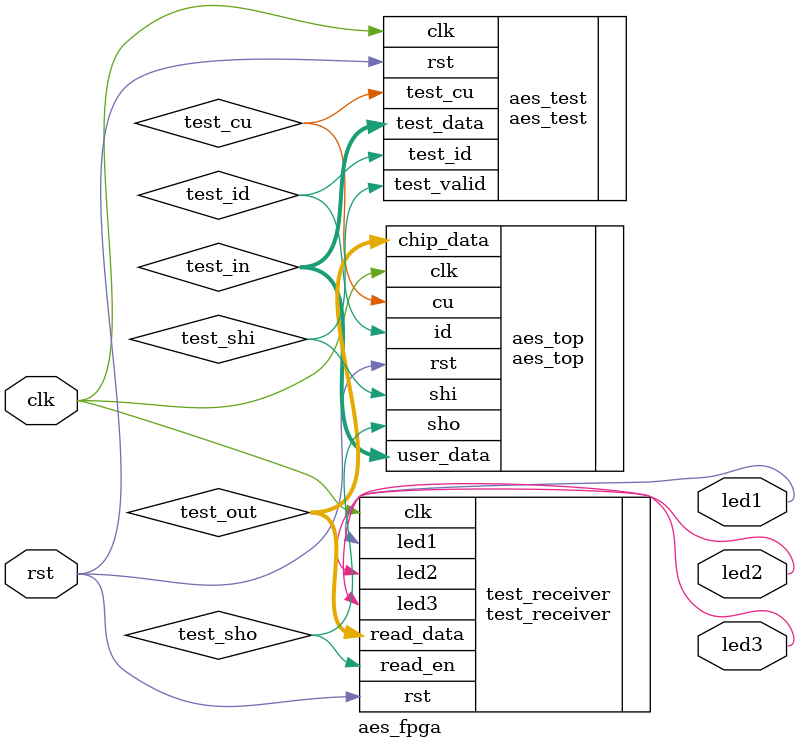
<source format=v>
module aes_fpga(  clk,rst,
						led1,led2,led3);

input clk,rst; 
output led1,led2,led3;


wire test_cu,test_id;
wire [7:0] test_in,test_out;
wire test_shi,test_sho;

aes_top aes_top(  .clk(clk),.rst(rst),
						.cu(test_cu),.id(test_id),
						.user_data(test_in),.shi(test_shi),
						.chip_data(test_out),.sho(test_sho));

aes_test aes_test(.clk(clk),.rst(rst),
						.test_cu(test_cu),.test_id(test_id),
						.test_data(test_in),.test_valid(test_shi));

test_receiver test_receiver(  .clk(clk),.rst(rst),
										.read_en(test_sho),.read_data(test_out),
										.led1(led1),.led2(led2),.led3(led3));



endmodule

</source>
